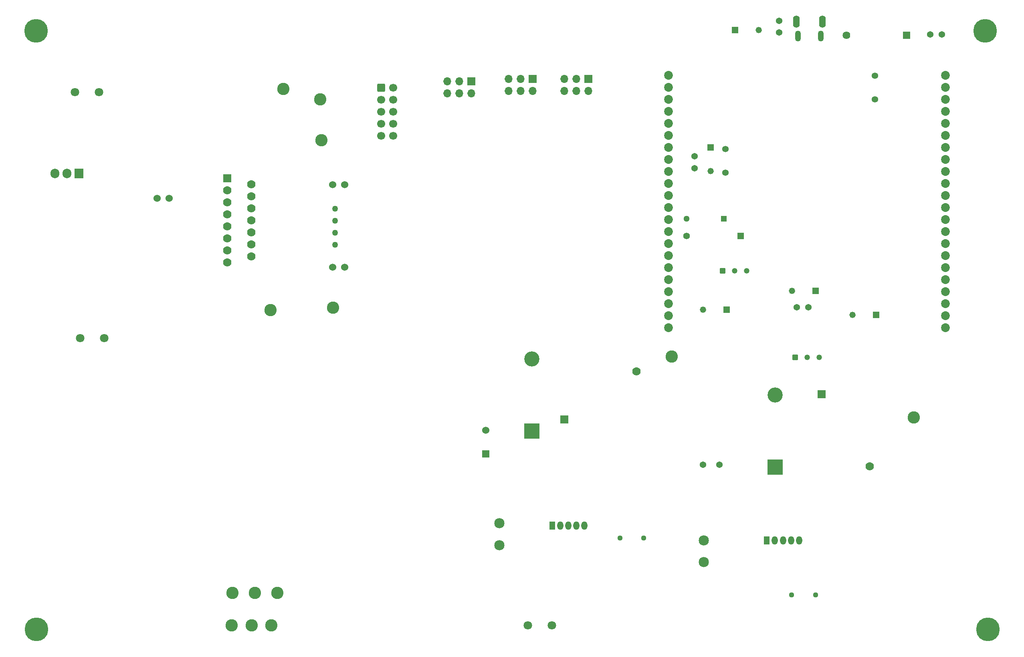
<source format=gbr>
%TF.GenerationSoftware,KiCad,Pcbnew,8.0.4*%
%TF.CreationDate,2024-10-24T16:41:09-04:00*%
%TF.ProjectId,merged,6d657267-6564-42e6-9b69-6361645f7063,rev?*%
%TF.SameCoordinates,Original*%
%TF.FileFunction,Soldermask,Bot*%
%TF.FilePolarity,Negative*%
%FSLAX46Y46*%
G04 Gerber Fmt 4.6, Leading zero omitted, Abs format (unit mm)*
G04 Created by KiCad (PCBNEW 8.0.4) date 2024-10-24 16:41:09*
%MOMM*%
%LPD*%
G01*
G04 APERTURE LIST*
G04 Aperture macros list*
%AMRoundRect*
0 Rectangle with rounded corners*
0 $1 Rounding radius*
0 $2 $3 $4 $5 $6 $7 $8 $9 X,Y pos of 4 corners*
0 Add a 4 corners polygon primitive as box body*
4,1,4,$2,$3,$4,$5,$6,$7,$8,$9,$2,$3,0*
0 Add four circle primitives for the rounded corners*
1,1,$1+$1,$2,$3*
1,1,$1+$1,$4,$5*
1,1,$1+$1,$6,$7*
1,1,$1+$1,$8,$9*
0 Add four rect primitives between the rounded corners*
20,1,$1+$1,$2,$3,$4,$5,0*
20,1,$1+$1,$4,$5,$6,$7,0*
20,1,$1+$1,$6,$7,$8,$9,0*
20,1,$1+$1,$8,$9,$2,$3,0*%
G04 Aperture macros list end*
%ADD10C,2.604000*%
%ADD11C,1.371600*%
%ADD12C,1.354000*%
%ADD13R,1.320800X1.320800*%
%ADD14C,1.320800*%
%ADD15R,1.397000X1.397000*%
%ADD16C,1.397000*%
%ADD17C,1.524000*%
%ADD18R,1.700000X1.700000*%
%ADD19O,1.700000X1.700000*%
%ADD20R,1.778000X1.778000*%
%ADD21C,1.778000*%
%ADD22C,0.800000*%
%ADD23C,5.000000*%
%ADD24RoundRect,0.250000X-0.600000X-0.600000X0.600000X-0.600000X0.600000X0.600000X-0.600000X0.600000X0*%
%ADD25C,1.700000*%
%ADD26O,1.404000X2.604000*%
%ADD27O,1.254000X2.304000*%
%ADD28RoundRect,0.102000X-0.492500X-0.492500X0.492500X-0.492500X0.492500X0.492500X-0.492500X0.492500X0*%
%ADD29C,1.189000*%
%ADD30C,1.803400*%
%ADD31C,2.159000*%
%ADD32R,3.200000X3.200000*%
%ADD33O,3.200000X3.200000*%
%ADD34R,1.275000X1.800000*%
%ADD35O,1.275000X1.800000*%
%ADD36R,1.625600X1.625600*%
%ADD37C,1.625600*%
%ADD38C,1.270000*%
%ADD39C,1.854000*%
%ADD40R,1.524000X1.524000*%
%ADD41R,1.905000X2.000000*%
%ADD42O,1.905000X2.000000*%
%ADD43C,1.117600*%
%ADD44R,1.295400X1.295400*%
%ADD45C,1.295400*%
G04 APERTURE END LIST*
D10*
%TO.C,TP8*%
X388600000Y-271100000D03*
%TD*%
%TO.C,TP4*%
X383870000Y-271100000D03*
%TD*%
%TO.C,TP3*%
X379140000Y-271100000D03*
%TD*%
D11*
%TO.C,C27*%
X494600000Y-152700000D03*
X494600000Y-150200000D03*
%TD*%
D12*
%TO.C,C7*%
X514800000Y-166800000D03*
X514800000Y-161800000D03*
%TD*%
D10*
%TO.C,TP7*%
X389857883Y-164568183D03*
%TD*%
D13*
%TO.C,C2*%
X480082000Y-176992200D03*
D14*
X480082000Y-181992190D03*
%TD*%
D11*
%TO.C,C4*%
X528986000Y-153093200D03*
X526486000Y-153093200D03*
%TD*%
D15*
%TO.C,R11*%
X486432000Y-195661200D03*
D16*
X475002000Y-195661200D03*
%TD*%
D11*
%TO.C,C15*%
X478499999Y-244000000D03*
X482000000Y-244000000D03*
%TD*%
D17*
%TO.C,J9*%
X365705200Y-187746400D03*
X363165200Y-187746400D03*
%TD*%
D18*
%TO.C,J16*%
X454275000Y-162475000D03*
D19*
X454275000Y-165015000D03*
X451735000Y-162475000D03*
X451735000Y-165015000D03*
X449195000Y-162475000D03*
X449195000Y-165015000D03*
%TD*%
D20*
%TO.C,CR1*%
X378027883Y-183439250D03*
D21*
X383107883Y-184709250D03*
X378027883Y-185979250D03*
X383107883Y-187249250D03*
X378027883Y-188519250D03*
X383107883Y-189789250D03*
X378027883Y-191059250D03*
X383107883Y-192329250D03*
X378027883Y-193599250D03*
X383107883Y-194869250D03*
X378027883Y-196139250D03*
X383107883Y-197409250D03*
X378027883Y-198679250D03*
X383107883Y-199949250D03*
X378027883Y-201219250D03*
%TD*%
D11*
%TO.C,C1*%
X476736000Y-178843200D03*
X476736000Y-181343200D03*
%TD*%
D10*
%TO.C,TP2*%
X471886000Y-221193200D03*
%TD*%
%TO.C,TP1*%
X397900000Y-175400000D03*
%TD*%
D22*
%TO.C,H3*%
X536250000Y-152350000D03*
X536799175Y-151024175D03*
X536799175Y-153675825D03*
X538125000Y-150475000D03*
D23*
X538125000Y-152350000D03*
D22*
X538125000Y-154225000D03*
X539450825Y-151024175D03*
X539450825Y-153675825D03*
X540000000Y-152350000D03*
%TD*%
D13*
%TO.C,C9*%
X515085990Y-212393200D03*
D14*
X510086000Y-212393200D03*
%TD*%
D10*
%TO.C,TP10*%
X397607883Y-166818183D03*
%TD*%
D22*
%TO.C,H2*%
X335850000Y-278850000D03*
X336399175Y-277524175D03*
X336399175Y-280175825D03*
X337725000Y-276975000D03*
D23*
X337725000Y-278850000D03*
D22*
X337725000Y-280725000D03*
X339050825Y-277524175D03*
X339050825Y-280175825D03*
X339600000Y-278850000D03*
%TD*%
D24*
%TO.C,J17*%
X410500000Y-164380000D03*
D25*
X413040000Y-164380000D03*
X410500000Y-166920000D03*
X413040000Y-166920000D03*
X410500000Y-169460000D03*
X413040000Y-169460000D03*
X410500000Y-172000000D03*
X413040000Y-172000000D03*
X410500000Y-174540000D03*
X413040000Y-174540000D03*
%TD*%
D26*
%TO.C,J1*%
X503692750Y-150400000D03*
X498242750Y-150400000D03*
D27*
X503392750Y-153430000D03*
X498542750Y-153430000D03*
%TD*%
D28*
%TO.C,J2*%
X482661000Y-203043200D03*
D29*
X485201000Y-203043200D03*
X487741000Y-203043200D03*
%TD*%
D22*
%TO.C,H4*%
X536825000Y-278850000D03*
X537374175Y-277524175D03*
X537374175Y-280175825D03*
X538700000Y-276975000D03*
D23*
X538700000Y-278850000D03*
D22*
X538700000Y-280725000D03*
X540025825Y-277524175D03*
X540025825Y-280175825D03*
X540575000Y-278850000D03*
%TD*%
D13*
%TO.C,C6*%
X502285990Y-207293200D03*
D14*
X497286000Y-207293200D03*
%TD*%
D28*
%TO.C,J3*%
X497968500Y-221318200D03*
D29*
X500508500Y-221318200D03*
X503048500Y-221318200D03*
%TD*%
D10*
%TO.C,TP5*%
X523000000Y-234000000D03*
%TD*%
D20*
%TO.C,L2*%
X503525600Y-229130000D03*
D21*
X513685600Y-244370000D03*
%TD*%
D30*
%TO.C,J15*%
X441500000Y-278000000D03*
X446580000Y-278000000D03*
%TD*%
%TO.C,J13*%
X350935100Y-165296501D03*
X345855100Y-165296501D03*
%TD*%
D31*
%TO.C,SW1*%
X435534000Y-260994801D03*
X435534000Y-256394800D03*
%TD*%
D32*
%TO.C,D11*%
X442392000Y-236887600D03*
D33*
X442392000Y-221647600D03*
%TD*%
D11*
%TO.C,C5*%
X500786000Y-210718200D03*
X498286000Y-210718200D03*
%TD*%
D34*
%TO.C,U10*%
X492000000Y-260000000D03*
D35*
X493700000Y-260000000D03*
X495400000Y-260000000D03*
X497100000Y-260000000D03*
X498800000Y-260000000D03*
%TD*%
D22*
%TO.C,H1*%
X335775000Y-152350000D03*
X336324175Y-151024175D03*
X336324175Y-153675825D03*
X337650000Y-150475000D03*
D23*
X337650000Y-152350000D03*
D22*
X337650000Y-154225000D03*
X338975825Y-151024175D03*
X338975825Y-153675825D03*
X339525000Y-152350000D03*
%TD*%
D31*
%TO.C,SW2*%
X478644999Y-264600001D03*
X478644999Y-260000000D03*
%TD*%
D17*
%TO.C,J10*%
X402840000Y-184800000D03*
X400300000Y-184800000D03*
%TD*%
D10*
%TO.C,TP9*%
X387107883Y-211318183D03*
%TD*%
D32*
%TO.C,D12*%
X493750000Y-244500000D03*
D33*
X493750000Y-229260000D03*
%TD*%
D10*
%TO.C,TP3*%
X383150000Y-278000000D03*
%TD*%
D36*
%TO.C,D1*%
X521536000Y-153243200D03*
D37*
X508836000Y-153243200D03*
%TD*%
D13*
%TO.C,C10*%
X483536000Y-211253200D03*
D14*
X478536010Y-211253200D03*
%TD*%
D38*
%TO.C,J12*%
X400757200Y-189930800D03*
X400757200Y-192470800D03*
X400757200Y-195010800D03*
X400757200Y-197550800D03*
%TD*%
D12*
%TO.C,C3*%
X483236000Y-177293200D03*
X483236000Y-182293200D03*
%TD*%
D30*
%TO.C,J14*%
X346947300Y-217257499D03*
X352027300Y-217257499D03*
%TD*%
D18*
%TO.C,J5*%
X442525000Y-162475000D03*
D19*
X442525000Y-165015000D03*
X439985000Y-162475000D03*
X439985000Y-165015000D03*
X437445000Y-162475000D03*
X437445000Y-165015000D03*
%TD*%
D39*
%TO.C,J6*%
X471186000Y-215073200D03*
X471186000Y-212533200D03*
X471186000Y-209993200D03*
X471186000Y-207453200D03*
X471186000Y-204913200D03*
X471186000Y-202373200D03*
X471186000Y-199833200D03*
X471186000Y-197293200D03*
X471186000Y-194753200D03*
X471186000Y-192213200D03*
X471186000Y-189673200D03*
X471186000Y-187133200D03*
X471186000Y-184593200D03*
X471186000Y-182053200D03*
X471186000Y-179513200D03*
X471186000Y-176973200D03*
X471186000Y-174433200D03*
X471186000Y-171893200D03*
X471186000Y-169353200D03*
X471186000Y-166813200D03*
X471186000Y-164273200D03*
X471186000Y-161733200D03*
%TD*%
D40*
%TO.C,C13*%
X432587600Y-241770750D03*
D17*
X432587600Y-236766950D03*
%TD*%
D18*
%TO.C,J4*%
X429540000Y-163000000D03*
D19*
X429540000Y-165540000D03*
X427000000Y-163000000D03*
X427000000Y-165540000D03*
X424460000Y-163000000D03*
X424460000Y-165540000D03*
%TD*%
D10*
%TO.C,TP8*%
X378950000Y-278000000D03*
%TD*%
D13*
%TO.C,C8*%
X485300000Y-152143200D03*
D14*
X490299990Y-152143200D03*
%TD*%
D34*
%TO.C,U9*%
X446659200Y-256852000D03*
D35*
X448359200Y-256852000D03*
X450059200Y-256852000D03*
X451759200Y-256852000D03*
X453459200Y-256852000D03*
%TD*%
D17*
%TO.C,J11*%
X400300000Y-202237100D03*
X402840000Y-202237100D03*
%TD*%
D41*
%TO.C,U8*%
X346655200Y-182463200D03*
D42*
X344115200Y-182463200D03*
X341575200Y-182463200D03*
%TD*%
D10*
%TO.C,TP4*%
X387350000Y-278000000D03*
%TD*%
D43*
%TO.C,C16*%
X497250000Y-271500000D03*
X502253800Y-271500000D03*
%TD*%
%TO.C,C14*%
X460996200Y-259500000D03*
X466000000Y-259500000D03*
%TD*%
D10*
%TO.C,TP6*%
X400357883Y-210818183D03*
%TD*%
D20*
%TO.C,L1*%
X449250000Y-234429200D03*
D21*
X464490000Y-224269200D03*
%TD*%
D39*
%TO.C,J7*%
X529686000Y-215073200D03*
X529686000Y-212533200D03*
X529686000Y-209993200D03*
X529686000Y-207453200D03*
X529686000Y-204913200D03*
X529686000Y-202373200D03*
X529686000Y-199833200D03*
X529686000Y-197293200D03*
X529686000Y-194753200D03*
X529686000Y-192213200D03*
X529686000Y-189673200D03*
X529686000Y-187133200D03*
X529686000Y-184593200D03*
X529686000Y-182053200D03*
X529686000Y-179513200D03*
X529686000Y-176973200D03*
X529686000Y-174433200D03*
X529686000Y-171893200D03*
X529686000Y-169353200D03*
X529686000Y-166813200D03*
X529686000Y-164273200D03*
X529686000Y-161733200D03*
%TD*%
D44*
%TO.C,R12*%
X482876000Y-192000000D03*
D45*
X475002000Y-192000000D03*
%TD*%
M02*

</source>
